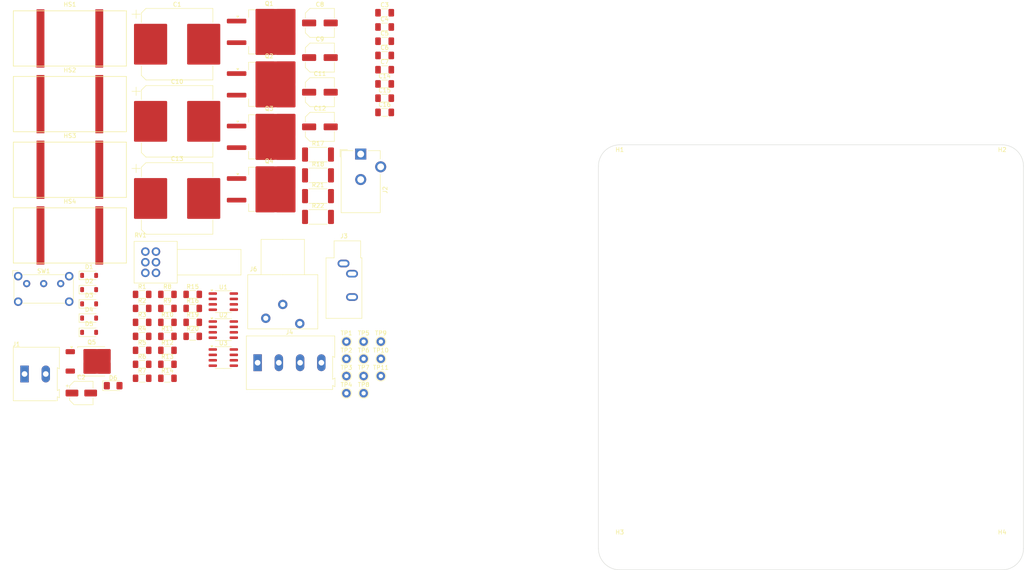
<source format=kicad_pcb>
(kicad_pcb (version 20240108) (generator "pcbnew") (generator_version "8.0")
  (layers (0 "F.Cu" signal) (31 "B.Cu" signal) (34 "B.Paste" user) (35 "F.Paste" user) (36 "B.SilkS" user "B.Silkscreen") (37 "F.SilkS" user "F.Silkscreen") (38 "B.Mask" user) (39 "F.Mask" user) (44 "Edge.Cuts" user))
  (net 0 "")
  (net 1 "Net-(C4-Pad1)")
  (net 2 "GND")
  (net 3 "RIN0")
  (net 4 "Net-(U2A-+)")
  (net 5 "Net-(C6-Pad1)")
  (net 6 "Net-(U2B-+)")
  (net 7 "LIN0")
  (net 8 "RIN2")
  (net 9 "Net-(D1-A)")
  (net 10 "Net-(D2-K)")
  (net 11 "ROUT")
  (net 12 "Net-(D3-A)")
  (net 13 "Net-(D4-K)")
  (net 14 "/POWC")
  (net 15 "/POWD")
  (net 16 "LIN2")
  (net 17 "LOUT")
  (net 18 "VCC")
  (net 19 "Net-(D1-K)")
  (net 20 "Net-(D3-K)")
  (net 21 "Net-(D5-A)")
  (net 22 "Net-(D6-A)")
  (net 23 "/VIN1")
  (net 24 "/POWB")
  (net 25 "/POWF")
  (net 26 "/POWA")
  (net 27 "/POWE")
  (net 28 "Net-(U1A-+)")
  (net 29 "Net-(U2A--)")
  (net 30 "Net-(U2B--)")
  (net 31 "Net-(U1B-+)")
  (net 32 "/VIN2")
  (net 33 "RIN1")
  (net 34 "Net-(U3A-+)")
  (net 35 "VCC_DIV_2")
  (net 36 "Net-(U3B-+)")
  (net 37 "Net-(U1B--)")
  (net 38 "LIN1")
  (footprint "Capacitor_SMD:C_1206_3216Metric_Pad1.33x1.80mm_HandSolder" (layer "F.Cu") (at 99.69 22.27)
    (property "Reference" "C4" (at 0 -1.85 0) (layer "F.SilkS"))
    (property "Value" "1u")
    (pad "1" smd roundrect (at -1.5625 0) (size 1.325 1.8) (layers "F.Cu" "F.Paste" "F.Mask") (roundrect_rratio 0.188679) (net 1 "Net-(C4-Pad1)"))
    (pad "2" smd roundrect (at 1.5625 0) (size 1.325 1.8) (layers "F.Cu" "F.Paste" "F.Mask") (roundrect_rratio 0.188679) (net 2 "GND"))
  )
  (footprint "Diode_SMD:D_SOD-123" (layer "F.Cu") (at 30.155 87.42)
    (property "Reference" "D3" (at 0 -2 0) (layer "F.SilkS"))
    (property "Value" "1N4148W")
    (pad "1" smd roundrect (at -1.65 0) (size 0.9 1.2) (layers "F.Cu" "F.Paste" "F.Mask") (net 20 "Net-(D3-K)"))
    (pad "2" smd roundrect (at 1.65 0) (size 0.9 1.2) (layers "F.Cu" "F.Paste" "F.Mask") (net 12 "Net-(D3-A)"))
  )
  (footprint "Package_TO_SOT_SMD:TO-263-2" (layer "F.Cu") (at 72.51 35.77)
    (property "Reference" "Q2" (at 0 -6.65 0) (layer "F.SilkS"))
    (property "Value" "NJVMJB41CT4G")
    (pad "1" smd roundrect (at -7.65 -2.54) (size 4.6 1.1) (layers "F.Cu" "F.Paste" "F.Mask") (roundrect_rratio 0.227273) (net 9 "Net-(D1-A)"))
    (pad "2" smd roundrect (at -0.925 -2.775) (size 4.55 5.25) (layers "F.Cu" "F.Paste") (roundrect_rratio 0.054945) (net 18 "VCC"))
    (pad "2" smd roundrect (at -0.925 2.775) (size 4.55 5.25) (layers "F.Cu" "F.Paste") (roundrect_rratio 0.054945) (net 18 "VCC"))
    (pad "2" smd roundrect (at 1.5 0) (size 9.4 10.8) (layers "F.Cu" "F.Mask") (roundrect_rratio 0.026596) (net 18 "VCC"))
    (pad "2" smd roundrect (at 3.925 -2.775) (size 4.55 5.25) (layers "F.Cu" "F.Paste") (roundrect_rratio 0.054945) (net 18 "VCC"))
    (pad "2" smd roundrect (at 3.925 2.775) (size 4.55 5.25) (layers "F.Cu" "F.Paste") (roundrect_rratio 0.054945) (net 18 "VCC"))
    (pad "3" smd roundrect (at -7.65 2.54) (size 4.6 1.1) (layers "F.Cu" "F.Paste" "F.Mask") (roundrect_rratio 0.227273) (net 26 "/POWA"))
  )
  (footprint "Resistor_SMD:R_1206_3216Metric_Pad1.30x1.75mm_HandSolder" (layer "F.Cu") (at 54.53 88.48)
    (property "Reference" "R16" (at 0 -1.82 0) (layer "F.SilkS"))
    (property "Value" "3k")
    (pad "1" smd roundrect (at -1.55 0) (size 1.3 1.75) (layers "F.Cu" "F.Paste" "F.Mask") (roundrect_rratio 0.192308) (net 10 "Net-(D2-K)"))
    (pad "2" smd roundrect (at 1.55 0) (size 1.3 1.75) (layers "F.Cu" "F.Paste" "F.Mask") (roundrect_rratio 0.192308) (net 2 "GND"))
  )
  (footprint "MountingHole:MountingHole_3.2mm_M3_ISO7380" (layer "F.Cu") (at 155 55)
    (property "Reference" "H1" (at 0 -3.85 0) (layer "F.SilkS"))
    (property "Value" "MountingHole")
    (pad "" np_thru_hole circle (at 0 0) (size 3.2 3.2) (drill 3.2) (layers "*.Cu" "*.Mask"))
  )
  (footprint "myparts:RCJ-2223" (layer "F.Cu") (at 75.72 87.555)
    (property "Reference" "J6" (at -6.9 -8.3 0) (layer "F.SilkS"))
    (property "Value" "Conn_Coaxial_x2")
    (pad "" np_thru_hole oval (at -7.25 0.5) (size 1.7 3.2) (drill oval 1.7 3.2) (layers "F&B.Cu" "*.Mask"))
    (pad "" np_thru_hole oval (at 7.25 0.5) (size 1.7 3.2) (drill oval 1.7 3.2) (layers "F&B.Cu" "*.Mask"))
    (pad "1" thru_hole circle (at 4 4.5) (size 2.2 2.2) (drill 1.2) (layers "*.Cu" "*.Mask") (net 3 "RIN0"))
    (pad "2" thru_hole circle (at -4 3.25) (size 2.2 2.2) (drill 1.2) (layers "*.Cu" "*.Mask") (net 7 "LIN0"))
    (pad "3" thru_hole circle (at 0 0) (size 2.2 2.2) (drill 1.2) (layers "*.Cu" "*.Mask") (net 2 "GND"))
  )
  (footprint "TestPoint:TestPoint_THTPad_D2.0mm_Drill1.0mm" (layer "F.Cu") (at 98.8 100.35)
    (property "Reference" "TP10" (at 0 -1.998 0) (layer "F.SilkS"))
    (property "Value" "ROUT")
    (pad "1" thru_hole circle (at 0 0) (size 2 2) (drill 1) (layers "*.Cu" "*.Mask") (net 11 "ROUT"))
  )
  (footprint "Resistor_SMD:R_1206_3216Metric_Pad1.30x1.75mm_HandSolder" (layer "F.Cu") (at 42.63 98.35)
    (property "Reference" "R5" (at 0 -1.82 0) (layer "F.SilkS"))
    (property "Value" "22k")
    (pad "1" smd roundrect (at -1.55 0) (size 1.3 1.75) (layers "F.Cu" "F.Paste" "F.Mask") (roundrect_rratio 0.192308) (net 31 "Net-(U1B-+)"))
    (pad "2" smd roundrect (at 1.55 0) (size 1.3 1.75) (layers "F.Cu" "F.Paste" "F.Mask") (roundrect_rratio 0.192308) (net 18 "VCC"))
  )
  (footprint "Resistor_SMD:R_1206_3216Metric_Pad1.30x1.75mm_HandSolder" (layer "F.Cu") (at 42.63 104.93)
    (property "Reference" "R7" (at 0 -1.82 0) (layer "F.SilkS"))
    (property "Value" "10k")
    (pad "1" smd roundrect (at -1.55 0) (size 1.3 1.75) (layers "F.Cu" "F.Paste" "F.Mask") (roundrect_rratio 0.192308) (net 1 "Net-(C4-Pad1)"))
    (pad "2" smd roundrect (at 1.55 0) (size 1.3 1.75) (layers "F.Cu" "F.Paste" "F.Mask") (roundrect_rratio 0.192308) (net 29 "Net-(U2A--)"))
  )
  (footprint "MountingHole:MountingHole_3.2mm_M3_ISO7380" (layer "F.Cu") (at 245 55)
    (property "Reference" "H2" (at 0 -3.85 0) (layer "F.SilkS"))
    (property "Value" "MountingHole")
    (pad "" np_thru_hole circle (at 0 0) (size 3.2 3.2) (drill 3.2) (layers "*.Cu" "*.Mask"))
  )
  (footprint "MountingHole:MountingHole_3.2mm_M3_ISO7380" (layer "F.Cu") (at 155 145)
    (property "Reference" "H3" (at 0 -3.85 0) (layer "F.SilkS"))
    (property "Value" "MountingHole")
    (pad "" np_thru_hole circle (at 0 0) (size 3.2 3.2) (drill 3.2) (layers "*.Cu" "*.Mask"))
  )
  (footprint "TestPoint:TestPoint_THTPad_D2.0mm_Drill1.0mm" (layer "F.Cu") (at 94.75 100.35)
    (property "Reference" "TP6" (at 0 -1.998 0) (layer "F.SilkS"))
    (property "Value" "RIN1")
    (pad "1" thru_hole circle (at 0 0) (size 2 2) (drill 1) (layers "*.Cu" "*.Mask") (net 33 "RIN1"))
  )
  (footprint "TestPoint:TestPoint_THTPad_D2.0mm_Drill1.0mm" (layer "F.Cu") (at 90.7 96.3)
    (property "Reference" "TP1" (at 0 -1.998 0) (layer "F.SilkS"))
    (property "Value" "VCC")
    (pad "1" thru_hole circle (at 0 0) (size 2 2) (drill 1) (layers "*.Cu" "*.Mask") (net 18 "VCC"))
  )
  (footprint "Connector_Audio:Jack_3.5mm_CUI_SJ1-3533NG_Horizontal" (layer "F.Cu") (at 90.02 77.92)
    (property "Reference" "J3" (at 0.1 -6.45 0) (layer "F.SilkS"))
    (property "Value" "AudioJack3")
    (pad "R" thru_hole oval (at 2 7.9) (size 2.8 1.8) (drill oval 2 1) (layers "*.Cu" "*.Mask") (net 3 "RIN0"))
    (pad "S" thru_hole oval (at 0 0) (size 2.8 1.8) (drill oval 2 1) (layers "*.Cu" "*.Mask") (net 2 "GND"))
    (pad "T" thru_hole oval (at 2 2.4) (size 2.8 1.8) (drill oval 2 1) (layers "*.Cu" "*.Mask") (net 7 "LIN0"))
  )
  (footprint "Heatsink:Heatsink_AAVID_573300D00010G_TO-263" (layer "F.Cu") (at 25.63 55.87)
    (property "Reference" "HS3" (at 0 -8 0) (layer "F.SilkS"))
    (property "Value" "Q1")
    (pad "1" smd rect (at -6.92 0) (size 1.85 13.7) (layers "F.Cu" "F.Paste" "F.Mask") (net 2 "GND"))
    (pad "1" smd rect (at 6.92 0) (size 1.85 13.7) (layers "F.Cu" "F.Paste" "F.Mask") (net 2 "GND"))
  )
  (footprint "TerminalBlock:TerminalBlock_Altech_AK300-2_P5.00mm" (layer "F.Cu") (at 14.96 103.92)
    (property "Reference" "J1" (at -1.92 -6.99 0) (layer "F.SilkS"))
    (property "Value" "Screw_Terminal_01x02")
    (pad "1" thru_hole rect (at 0 0) (size 1.98 3.96) (drill 1.32) (layers "*.Cu" "*.Mask") (net 2 "GND"))
    (pad "2" thru_hole oval (at 5 0) (size 1.98 3.96) (drill 1.32) (layers "*.Cu" "*.Mask") (net 23 "/VIN1"))
  )
  (footprint "Capacitor_SMD:CP_Elec_16x17.5" (layer "F.Cu") (at 50.865 44.47)
    (property "Reference" "C10" (at 0 -9.35 0) (layer "F.SilkS"))
    (property "Value" "1000u")
    (pad "1" smd roundrect (at -6.25 0) (size 7.8 9.6) (layers "F.Cu" "F.Paste" "F.Mask") (roundrect_rratio 0.032051) (net 14 "/POWC"))
    (pad "2" smd roundrect (at 6.25 0) (size 7.8 9.6) (layers "F.Cu" "F.Paste" "F.Mask") (roundrect_rratio 0.032051) (net 11 "ROUT"))
  )
  (footprint "Capacitor_SMD:C_1206_3216Metric_Pad1.33x1.80mm_HandSolder" (layer "F.Cu") (at 99.69 35.67)
    (property "Reference" "C14" (at 0 -1.85 0) (layer "F.SilkS"))
    (property "Value" "1u")
    (pad "1" smd roundrect (at -1.5625 0) (size 1.325 1.8) (layers "F.Cu" "F.Paste" "F.Mask") (roundrect_rratio 0.188679) (net 18 "VCC"))
    (pad "2" smd roundrect (at 1.5625 0) (size 1.325 1.8) (layers "F.Cu" "F.Paste" "F.Mask") (roundrect_rratio 0.188679) (net 2 "GND"))
  )
  (footprint "Resistor_SMD:R_1206_3216Metric_Pad1.30x1.75mm_HandSolder" (layer "F.Cu") (at 42.63 88.48)
    (property "Reference" "R2" (at 0 -1.82 0) (layer "F.SilkS"))
    (property "Value" "2.4k")
    (pad "1" smd roundrect (at -1.55 0) (size 1.3 1.75) (layers "F.Cu" "F.Paste" "F.Mask") (roundrect_rratio 0.192308) (net 18 "VCC"))
    (pad "2" smd roundrect (at 1.55 0) (size 1.3 1.75) (layers "F.Cu" "F.Paste" "F.Mask") (roundrect_rratio 0.192308) (net 22 "Net-(D6-A)"))
  )
  (footprint "TestPoint:TestPoint_THTPad_D2.0mm_Drill1.0mm" (layer "F.Cu") (at 98.8 104.4)
    (property "Reference" "TP11" (at 0 -1.998 0) (layer "F.SilkS"))
    (property "Value" "LOUT")
    (pad "1" thru_hole circle (at 0 0) (size 2 2) (drill 1) (layers "*.Cu" "*.Mask") (net 17 "LOUT"))
  )
  (footprint "Package_TO_SOT_SMD:TO-263-2" (layer "F.Cu") (at 72.51 23.42)
    (property "Reference" "Q1" (at 0 -6.65 0) (layer "F.SilkS"))
    (property "Value" "NJVMJB42CT4G")
    (pad "1" smd roundrect (at -7.65 -2.54) (size 4.6 1.1) (layers "F.Cu" "F.Paste" "F.Mask") (roundrect_rratio 0.227273) (net 10 "Net-(D2-K)"))
    (pad "2" smd roundrect (at -0.925 -2.775) (size 4.55 5.25) (layers "F.Cu" "F.Paste") (roundrect_rratio 0.054945) (net 2 "GND"))
    (pad "2" smd roundrect (at -0.925 2.775) (size 4.55 5.25) (layers "F.Cu" "F.Paste") (roundrect_rratio 0.054945) (net 2 "GND"))
    (pad "2" smd roundrect (at 1.5 0) (size 9.4 10.8) (layers "F.Cu" "F.Mask") (roundrect_rratio 0.026596) (net 2 "GND"))
    (pad "2" smd roundrect (at 3.925 -2.775) (size 4.55 5.25) (layers "F.Cu" "F.Paste") (roundrect_rratio 0.054945) (net 2 "GND"))
    (pad "2" smd roundrect (at 3.925 2.775) (size 4.55 5.25) (layers "F.Cu" "F.Paste") (roundrect_rratio 0.054945) (net 2 "GND"))
    (pad "3" smd roundrect (at -7.65 2.54) (size 4.6 1.1) (layers "F.Cu" "F.Paste" "F.Mask") (roundrect_rratio 0.227273) (net 24 "/POWB"))
  )
  (footprint "Resistor_SMD:R_1206_3216Metric_Pad1.30x1.75mm_HandSolder" (layer "F.Cu") (at 48.58 104.93)
    (property "Reference" "R14" (at 0 -1.82 0) (layer "F.SilkS"))
    (property "Value" "22k")
    (pad "1" smd roundrect (at -1.55 0) (size 1.3 1.75) (layers "F.Cu" "F.Paste" "F.Mask") (roundrect_rratio 0.192308) (net 2 "GND"))
    (pad "2" smd roundrect (at 1.55 0) (size 1.3 1.75) (layers "F.Cu" "F.Paste" "F.Mask") (roundrect_rratio 0.192308) (net 6 "Net-(U2B-+)"))
  )
  (footprint "TestPoint:TestPoint_THTPad_D2.0mm_Drill1.0mm" (layer "F.Cu") (at 90.7 100.35)
    (property "Reference" "TP2" (at 0 -1.998 0) (layer "F.SilkS"))
    (property "Value" "GND")
    (pad "1" thru_hole circle (at 0 0) (size 2 2) (drill 1) (layers "*.Cu" "*.Mask") (net 2 "GND"))
  )
  (footprint "Package_SO:SOIC-8_3.9x4.9mm_P1.27mm" (layer "F.Cu") (at 61.73 100.06)
    (property "Reference" "U3" (at 0 -3.4 0) (layer "F.SilkS"))
    (property "Value" "NE5532")
    (pad "1" smd roundrect (at -2.475 -1.905) (size 1.95 0.6) (layers "F.Cu" "F.Paste" "F.Mask") (net 8 "RIN2"))
    (pad "2" smd roundrect (at -2.475 -0.635) (size 1.95 0.6) (layers "F.Cu" "F.Paste" "F.Mask") (net 8 "RIN2"))
    (pad "3" smd roundrect (at -2.475 0.635) (size 1.95 0.6) (layers "F.Cu" "F.Paste" "F.Mask") (net 34 "Net-(U3A-+)"))
    (pad "4" smd roundrect (at -2.475 1.905) (size 1.95 0.6) (layers "F.Cu" "F.Paste" "F.Mask") (net 2 "GND"))
    (pad "5" smd roundrect (at 2.475 1.905) (size 1.95 0.6) (layers "F.Cu" "F.Paste" "F.Mask") (net 36 "Net-(U3B-+)"))
    (pad "6" smd roundrect (at 2.475 0.635) (size 1.95 0.6) (layers "F.Cu" "F.Paste" "F.Mask") (net 16 "LIN2"))
    (pad "7" smd roundrect (at 2.475 -0.635) (size 1.95 0.6) (layers "F.Cu" "F.Paste" "F.Mask") (net 16 "LIN2"))
    (pad "8" smd roundrect (at 2.475 -1.905) (size 1.95 0.6) (layers "F.Cu" "F.Paste" "F.Mask") (net 18 "VCC"))
  )
  (footprint "Connector_BarrelJack:BarrelJack_CUI_PJ-102AH_Horizontal" (layer "F.Cu") (at 94.06 52.17)
    (property "Reference" "J2" (at 5.75 8.45 90) (layer "F.SilkS"))
    (property "Value" "Barrel_Jack_Switch")
    (pad "1" thru_hole rect (at 0 0) (size 2.6 2.6) (drill 1.6) (layers "*.Cu" "*.Mask") (net 23 "/VIN1"))
    (pad "2" thru_hole circle (at 0 6) (size 2.6 2.6) (drill 1.6) (layers "*.Cu" "*.Mask") (net 2 "GND"))
    (pad "3" thru_hole circle (at 4.7 3) (size 2.6 2.6) (drill 1.6) (layers "*.Cu" "*.Mask") (net 2 "GND"))
  )
  (footprint "Resistor_SMD:R_1206_3216Metric_Pad1.30x1.75mm_HandSolder" (layer "F.Cu") (at 42.63 91.77)
    (property "Reference" "R3" (at 0 -1.82 0) (layer "F.SilkS"))
    (property "Value" "22k")
    (pad "1" smd roundrect (at -1.55 0) (size 1.3 1.75) (layers "F.Cu" "F.Paste" "F.Mask") (roundrect_rratio 0.192308) (net 28 "Net-(U1A-+)"))
    (pad "2" smd roundrect (at 1.55 0) (size 1.3 1.75) (layers "F.Cu" "F.Paste" "F.Mask") (roundrect_rratio 0.192308) (net 18 "VCC"))
  )
  (footprint "Resistor_SMD:R_1206_3216Metric_Pad1.30x1.75mm_HandSolder" (layer "F.Cu") (at 48.58 101.64)
    (property "Reference" "R13" (at 0 -1.82 0) (layer "F.SilkS"))
    (property "Value" "22k")
    (pad "1" smd roundrect (at -1.55 0) (size 1.3 1.75) (layers "F.Cu" "F.Paste" "F.Mask") (roundrect_rratio 0.192308) (net 6 "Net-(U2B-+)"))
    (pad "2" smd roundrect (at 1.55 0) (size 1.3 1.75) (layers "F.Cu" "F.Paste" "F.Mask") (roundrect_rratio 0.192308) (net 18 "VCC"))
  )
  (footprint "Resistor_SMD:R_1206_3216Metric_Pad1.30x1.75mm_HandSolder" (layer "F.Cu") (at 42.63 95.06)
    (property "Reference" "R4" (at 0 -1.82 0) (layer "F.SilkS"))
    (property "Value" "22k")
    (pad "1" smd roundrect (at -1.55 0) (size 1.3 1.75) (layers "F.Cu" "F.Paste" "F.Mask") (roundrect_rratio 0.192308) (net 2 "GND"))
    (pad "2" smd roundrect (at 1.55 0) (size 1.3 1.75) (layers "F.Cu" "F.Paste" "F.Mask") (roundrect_rratio 0.192308) (net 28 "Net-(U1A-+)"))
  )
  (footprint "TestPoint:TestPoint_THTPad_D2.0mm_Drill1.0mm" (layer "F.Cu") (at 98.8 96.3)
    (property "Reference" "TP9" (at 0 -1.998 0) (layer "F.SilkS"))
    (property "Value" "LIN2")
    (pad "1" thru_hole circle (at 0 0) (size 2 2) (drill 1) (layers "*.Cu" "*.Mask") (net 16 "LIN2"))
  )
  (footprint "TestPoint:TestPoint_THTPad_D2.0mm_Drill1.0mm" (layer "F.Cu") (at 94.75 96.3)
    (property "Reference" "TP5" (at 0 -1.998 0) (layer "F.SilkS"))
    (property "Value" "VCC_DIV_2")
    (pad "1" thru_hole circle (at 0 0) (size 2 2) (drill 1) (layers "*.Cu" "*.Mask") (net 35 "VCC_DIV_2"))
  )
  (footprint "Heatsink:Heatsink_AAVID_573300D00010G_TO-263" (layer "F.Cu") (at 25.63 40.42)
    (property "Reference" "HS2" (at 0 -8 0) (layer "F.SilkS"))
    (property "Value" "Q4")
    (pad "1" smd rect (at -6.92 0) (size 1.85 13.7) (layers "F.Cu" "F.Paste" "F.Mask") (net 18 "VCC"))
    (pad "1" smd rect (at 6.92 0) (size 1.85 13.7) (layers "F.Cu" "F.Paste" "F.Mask") (net 18 "VCC"))
  )
  (footprint "MountingHole:MountingHole_3.2mm_M3_ISO7380" (layer "F.Cu") (at 245 145)
    (property "Reference" "H4" (at 0 -3.85 0) (layer "F.SilkS"))
    (property "Value" "MountingHole")
    (pad "" np_thru_hole circle (at 0 0) (size 3.2 3.2) (drill 3.2) (layers "*.Cu" "*.Mask"))
  )
  (footprint "Package_SO:SOIC-8_3.9x4.9mm_P1.27mm" (layer "F.Cu") (at 61.73 93.48)
    (property "Reference" "U2" (at 0 -3.4 0) (layer "F.SilkS"))
    (property "Value" "NE5532")
    (pad "1" smd roundrect (at -2.475 -1.905) (size 1.95 0.6) (layers "F.Cu" "F.Paste" "F.Mask") (net 33 "RIN1"))
    (pad "2" smd roundrect (at -2.475 -0.635) (size 1.95 0.6) (layers "F.Cu" "F.Paste" "F.Mask") (net 29 "Net-(U2A--)"))
    (pad "3" smd roundrect (at -2.475 0.635) (size 1.95 0.6) (layers "F.Cu" "F.Paste" "F.Mask") (net 4 "Net-(U2A-+)"))
    (pad "4" smd roundrect (at -2.475 1.905) (size 1.95 0.6) (layers "F.Cu" "F.Paste" "F.Mask") (net 2 "GND"))
    (pad "5" smd roundrect (at 2.475 1.905) (size 1.95 0.6) (layers "F.Cu" "F.Paste" "F.Mask") (net 6 "Net-(U2B-+)"))
    (pad "6" smd roundrect (at 2.475 0.635) (size 1.95 0.6) (layers "F.Cu" "F.Paste" "F.Mask") (net 30 "Net-(U2B--)"))
    (pad "7" smd roundrect (at 2.475 -0.635) (size 1.95 0.6) (layers "F.Cu" "F.Paste" "F.Mask") (net 38 "LIN1"))
    (pad "8" smd roundrect (at 2.475 -1.905) (size 1.95 0.6) (layers "F.Cu" "F.Paste" "F.Mask") (net 18 "VCC"))
  )
  (footprint "Diode_SMD:D_SOD-123" (layer "F.Cu") (at 30.155 80.72)
    (property "Reference" "D1" (at 0 -2 0) (layer "F.SilkS"))
    (property "Value" "1N4148W")
    (pad "1" smd roundrect (at -1.65 0) (size 0.9 1.2) (layers "F.Cu" "F.Paste" "F.Mask") (net 19 "Net-(D1-K)"))
    (pad "2" smd roundrect (at 1.65 0) (size 0.9 1.2) (layers "F.Cu" "F.Paste" "F.Mask") (net 9 "Net-(D1-A)"))
  )
  (footprint "Capacitor_SMD:C_1206_3216Metric_Pad1.33x1.80mm_HandSolder" (layer "F.Cu") (at 99.69 39.02)
    (property "Reference" "C15" (at 0 -1.85 0) (layer "F.SilkS"))
    (property "Value" "1u")
    (pad "1" smd roundrect (at -1.5625 0) (size 1.325 1.8) (layers "F.Cu" "F.Paste" "F.Mask") (roundrect_rratio 0.188679) (net 18 "VCC"))
    (pad "2" smd roundrect (at 1.5625 0) (size 1.325 1.8) (layers "F.Cu" "F.Paste" "F.Mask") (roundrect_rratio 0.188679) (net 2 "GND"))
  )
  (footprint "Heatsink:Heatsink_AAVID_573300D00010G_TO-263" (layer "F.Cu") (at 25.63 71.32)
    (property "Reference" "HS4" (at 0 -8 0) (layer "F.SilkS"))
    (property "Value" "Q3")
    (pad "1" smd rect (at -6.92 0) (size 1.85 13.7) (layers "F.Cu" "F.Paste" "F.Mask") (net 2 "GND"))
    (pad "1" smd rect (at 6.92 0) (size 1.85 13.7) (layers "F.Cu" "F.Paste" "F.Mask") (net 2 "GND"))
  )
  (footprint "Capacitor_SMD:C_Elec_6.3x5.4" (layer "F.Cu") (at 84.46 37.62)
    (property "Reference" "C11" (at 0 -4.35 0) (layer "F.SilkS"))
    (property "Value" "33u")
    (pad "1" smd roundrect (at -2.5375 0) (size 3.325 1.6) (layers "F.Cu" "F.Paste" "F.Mask") (roundrect_rratio 0.15625) (net 16 "LIN2"))
    (pad "2" smd roundrect (at 2.5375 0) (size 3.325 1.6) (layers "F.Cu" "F.Paste" "F.Mask") (roundrect_rratio 0.15625) (net 12 "Net-(D3-A)"))
  )
  (footprint "Capacitor_SMD:C_1206_3216Metric_Pad1.33x1.80mm_HandSolder" (layer "F.Cu") (at 99.69 25.62)
    (property "Reference" "C5" (at 0 -1.85 0) (layer "F.SilkS"))
    (property "Value" "1u")
    (pad "1" smd roundrect (at -1.5625 0) (size 1.325 1.8) (layers "F.Cu" "F.Paste" "F.Mask") (roundrect_rratio 0.188679) (net 4 "Net-(U2A-+)"))
    (pad "2" smd roundrect (at 1.5625 0) (size 1.325 1.8) (layers "F.Cu" "F.Paste" "F.Mask") (roundrect_rratio 0.188679) (net 3 "RIN0"))
  )
  (footprint "myparts:PTD902-2015K-B103" (layer "F.Cu") (at 45.89 75.12)
    (property "Reference" "RV1" (at -3.65 -3.85 0) (layer "F.SilkS"))
    (property "Value" "10k")
    (pad "1" thru_hole circle (at -2.5 0) (size 2 2) (drill 1.2) (layers "*.Cu" "*.Mask") (net 33 "RIN1"))
    (pad "2" thru_hole circle (at -2.5 2.5) (size 2 2) (drill 1.2) (layers "*.Cu" "*.Mask") (net 34 "Net-(U3A-+)"))
    (pad "3" thru_hole circle (at -2.5 5) (size 2 2) (drill 1.2) (layers "*.Cu" "*.Mask") (net 35 "VCC_DIV_2"))
    (pad "4" thru_hole circle (at 0 0) (size 2 2) (drill 1.2) (layers "*.Cu" "*.Mask") (net 38 "LIN1"))
    (pad "5" thru_hole circle (at 0 2.5) (size 2 2) (drill 1.2) (layers "*.Cu" "*.Mask") (net 36 "Net-(U3B-+)"))
    (pad "6" thru_hole circle (at 0 5) (size 2 2) (drill 1.2) (layers "*.Cu" "*.Mask") (net 35 "VCC_DIV_2"))
  )
  (footprint "Resistor_SMD:R_1206_3216Metric_Pad1.30x1.75mm_HandSolder" (layer "F.Cu") (at 48.58 88.48)
    (property "Reference" "R9" (at 0 -1.82 0) (layer "F.SilkS"))
    (property "Value" "22k")
    (pad "1" smd roundrect (at -1.55 0) (size 1.3 1.75) (layers "F.Cu" "F.Paste" "F.Mask") (roundrect_rratio 0.192308) (net 4 "Net-(U2A-+)"))
    (pad "2" smd roundrect (at 1.55 0) (size 1.3 1.75) (layers "F.Cu" "F.Paste" "F.Mask") (roundrect_rratio 0.192308) (net 18 "VCC"))
  )
  (footprint "TerminalBlock:TerminalBlock_Altech_AK300-4_P5.00mm" (layer "F.Cu") (at 69.8 101.27)
    (property "Reference" "J4" (at 7.5 -7.15 0) (layer "F.SilkS"))
    (property "Value" "Screw_Terminal_01x04")
    (pad "1" thru_hole rect (at 0 0) (size 1.98 3.96) (drill 1.32) (layers "*.Cu" "*.Mask") (net 11 "ROUT"))
    (pad "2" thru_hole oval (at 5 0) (size 1.98 3.96) (drill 1.32) (layers "*.Cu" "*.Mask") (net 2 "GND"))
    (pad "3" thru_hole oval (at 10 0) (size 1.98 3.96) (drill 1.32) (layers "*.Cu" "*.Mask") (net 2 "GND"))
    (pad "4" thru_hole oval (at 15 0) (size 1.98 3.96) (drill 1.32) (layers "*.Cu" "*.Mask") (net 17 "LOUT"))
  )
  (footprint "Capacitor_SMD:CP_Elec_16x17.5" (layer "F.Cu") (at 50.865 62.62)
    (property "Reference" "C13" (at 0 -9.35 0) (layer "F.SilkS"))
    (property "Value" "1000u")
    (pad "1" smd roundrect (at -6.25 0) (size 7.8 9.6) (layers "F.Cu" "F.Paste" "F.Mask") (roundrect_rratio 0.032051) (net 25 "/POWF"))
    (pad "2" smd roundrect (at 6.25 0) (size 7.8 9.6) (layers "F.Cu" "F.Paste" "F.Mask") (roundrect_rratio 0.032051) (net 17 "LOUT"))
  )
  (footprint "Resistor_SMD:R_1206_3216Metric_Pad1.30x1.75mm_HandSolder" (layer "F.Cu") (at 54.53 95.06)
    (property "Reference" "R20" (at 0 -1.82 0) (layer "F.SilkS"))
    (property "Value" "3k")
    (pad "1" smd roundrect (at -1.55 0) (size 1.3 1.75) (layers "F.Cu" "F.Paste" "F.Mask") (roundrect_rratio 0.192308) (net 13 "Net-(D4-K)"))
    (pad "2" smd roundrect (at 1.55 0) (size 1.3 1.75) (layers "F.Cu" "F.Paste" "F.Mask") (roundrect_rratio 0.192308) (net 2 "GND"))
  )
  (footprint "Resistor_SMD:R_2512_6332Metric_Pad1.40x3.35mm_HandSolder" (layer "F.Cu") (at 84.01 62.07)
    (property "Reference" "R21" (at 0 -2.62 0) (layer "F.SilkS"))
    (property "Value" "1")
    (pad "1" smd roundrect (at -3.05 0) (size 1.4 3.35) (layers "F.Cu" "F.Paste" "F.Mask") (roundrect_rratio 0.178571) (net 15 "/POWD"))
    (pad "2" smd roundrect (at 3.05 0) (size 1.4 3.35) (layers "F.Cu" "F.Paste" "F.Mask") (roundrect_rratio 0.178571) (net 25 "/POWF"))
  )
  (footprint "Diode_SMD:D_SOD-123" (layer "F.Cu") (at 30.155 90.77)
    (property "Reference" "D4" (at 0 -2 0) (layer "F.SilkS"))
    (property "Value" "1N4148W")
    (pad "1" smd roundrect (at -1.65 0) (size 0.9 1.2) (layers "F.Cu" "F.Paste" "F.Mask") (net 13 "Net-(D4-K)"))
    (pad "2" smd roundrect (at 1.65 0) (size 0.9 1.2) (layers "F.Cu" "F.Paste" "F.Mask") (net 20 "Net-(D3-K)"))
  )
  (footprint "LED_SMD:LED_1206_3216Metric_Pad1.42x1.75mm_HandSolder" (layer "F.Cu") (at 35.815 106.67)
    (property "Reference" "D6" (at 0 -1.82 0) (layer "F.SilkS"))
    (property "Value" "LED")
    (pad "1" smd roundrect (at -1.4875 0) (size 1.425 1.75) (layers "F.Cu" "F.Paste" "F.Mask") (roundrect_rratio 0.175439) (net 2 "GND"))
    (pad "2" smd roundrect (at 1.4875 0) (size 1.425 1.75) (layers "F.Cu" "F.Paste" "F.Mask") (roundrect_rratio 0.175439) (net 22 "Net-(D6-A)"))
  )
  (footprint "Button_Switch_THT:SW_E-Switch_EG1224_SPDT_Angled" (layer "F.Cu") (at 15.465 82.655)
    (property "Reference" "SW1" (at 4 -2.95 0) (layer "F.SilkS"))
    (property "Value" "SW_SPDT")
    (pad "" thru_hole circle (at -2 -1.75) (size 2 2) (drill 1.2) (layers "*.Cu" "*.Mask"))
    (pad "" thru_hole circle (at -2 4.25) (size 2 2) (drill 1.2) (layers "*.Cu" "*.Mask"))
    (pad "" thru_hole circle (at 10 -1.75) (size 2 2) (drill 1.2) (layers "*.Cu" "*.Mask"))
    (pad "" thru_hole circle (at 10 4.25) (size 2 2) (drill 1.2) (layers "*.Cu" "*.Mask"))
    (pad "1" thru_hole circle (at 0 0) (size 1.7 1.7) (drill 0.9) (layers "*.Cu" "*.Mask"))
    (pad "2" thru_hole circle (at 4 0) (size 1.7 1.7) (drill 0.9) (layers "*.Cu" "*.Mask") (net 23 "/VIN1"))
    (pad "3" thru_hole circle (at 8 0) (size 1.7 1.7) (drill 0.9) (layers "*.Cu" "*.Mask") (net 32 "/VIN2"))
  )
  (footprint "Resistor_SMD:R_2512_6332Metric_Pad1.40x3.35mm_HandSolder" (layer "F.Cu") (at 84.01 57.18)
    (property "Reference" "R18" (at 0 -2.62 0) (layer "F.SilkS"))
    (property "Value" "1")
    (pad "1" smd roundrect (at -3.05 0) (size 1.4 3.35) (layers "F.Cu" "F.Paste" "F.Mask") (roundrect_rratio 0.178571) (net 14 "/POWC"))
    (pad "2" smd roundrect (at 3.05 0) (size 1.4 3.35) (layers "F.Cu" "F.Paste" "F.Mask") (roundrect_rratio 0.178571) (net 24 "/POWB"))
  )
  (footprint "TestPoint:TestPoint_THTPad_D2.0mm_Drill1.0mm" (layer "F.Cu") (at 94.75 104.4)
    (property "Reference" "TP7" (at 0 -1.998 0) (layer "F.SilkS"))
    (property "Value" "LIN1")
    (pad "1" thru_hole circle (at 0 0) (size 2 2) (drill 1) (layers "*.Cu" "*.Mask") (net 38 "LIN1"))
  )
  (footprint "Capacitor_SMD:C_1206_3216Metric_Pad1.33x1.80mm_HandSolder" (layer "F.Cu") (at 99.69 28.97)
    (property "Reference" "C6" (at 0 -1.85 0) (layer "F.SilkS"))
    (property "Value" "1u")
    (pad "1" smd roundrect (at -1.5625 0) (size 1.325 1.8) (layers "F.Cu" "F.Paste" "F.Mask") (roundrect_rratio 0.188679) (net 5 "Net-(C6-Pad1)"))
    (pad "2" smd roundrect (at 1.5625 0) (size 1.325 1.8) (layers "F.Cu" "F.Paste" "F.Mask") (roundrect_rratio 0.188679) (net 2 "GND"))
  )
  (footprint "TestPoint:TestPoint_THTPad_D2.0mm_Drill1.0mm" (layer "F.Cu") (at 90.7 104.4)
    (property "Reference" "TP3" (at 0 -1.998 0) (layer "F.SilkS"))
    (property "Value" "RIN")
    (pad "1" thru_hole circle (at 0 0) (size 2 2) (drill 1) (layers "*.Cu" "*.Mask") (net 3 "RIN0"))
  )
  (footprint "Package_TO_SOT_SMD:TO-263-2" (layer "F.Cu") (at 72.51 48.12)
    (property "Reference" "Q3" (at 0 -6.65 0) (layer "F.SilkS"))
    (property "Value" "NJVMJB42CT4G")
    (pad "1" smd roundrect (at -7.65 -2.54) (size 4.6 1.1) (layers "F.Cu" "F.Paste" "F.Mask") (roundrect_rratio 0.227273) (net 13 "Net-(D4-K)"))
    (pad "2" smd roundrect (at -0.925 -2.775) (size 4.55 5.25) (layers "F.Cu" "F.Paste") (roundrect_rratio 0.054945) (net 2 "GND"))
    (pad "2" smd roundrect (at -0.925 2.775) (size 4.55 5.25) (layers "F.Cu" "F.Paste") (roundrect_rratio 0.054945) (net 2 "GND"))
    (pad "2" smd roundrect (at 1.5 0) (size 9.4 10.8) (layers "F.Cu" "F.Mask") (roundrect_rratio 0.026596) (net 2 "GND"))
    (pad "2" smd roundrect (at 3.925 -2.775) (size 4.55 5.25) (layers "F.Cu" "F.Paste") (roundrect_rratio 0.054945) (net 2 "GND"))
    (pad "2" smd roundrect (at 3.925 2.775) (size 4.55 5.25) (layers "F.Cu" "F.Paste") (roundrect_rratio 0.054945) (net 2 "GND"))
    (pad "3" smd roundrect (at -7.65 2.54) (size 4.6 1.1) (layers "F.Cu" "F.Paste" "F.Mask") (roundrect_rratio 0.227273) (net 27 "/POWE"))
  )
  (footprint "Resistor_SMD:R_1206_3216Metric_Pad1.30x1.75mm_HandSolder" (layer "F.Cu") (at 42.63 101.64)
    (property "Reference" "R6" (at 0 -1.82 0) (layer "F.SilkS"))
    (property "Value" "22k")
    (pad "1" smd roundrect (at -1.55 0) (size 1.3 1.75) (layers "F.Cu" "F.Paste" "F.Mask") (roundrect_rratio 0.192308) (net 2 "GND"))
    (pad "2" smd roundrect (at 1.55 0) (size 1.3 1.75) (layers "F.Cu" "F.Paste" "F.Mask") (roundrect_rratio 0.192308) (net 31 "Net-(U1B-+)"))
  )
  (footprint "TestPoint:TestPoint_THTPad_D2.0mm_Drill1.0mm" (layer "F.Cu") (at 94.75 108.45)
    (property "Reference" "TP8" (at 0 -1.998 0) (layer "F.SilkS"))
    (property "Value" "RIN2")
    (pad "1" thru_hole circle (at 0 0) (size 2 2) (drill 1) (layers "*.Cu" "*.Mask") (net 8 "RIN2"))
  )
  (footprint "Resistor_SMD:R_1206_3216Metric_Pad1.30x1.75mm_HandSolder" (layer "F.Cu") (at 48.58 95.06)
    (property "Reference" "R11" (at 0 -1.82 0) (layer "F.SilkS"))
    (property "Value" "10k")
    (pad "1" smd roundrect (at -1.55 0) (size 1.3 1.75) (layers "F.Cu" "F.Paste" "F.Mask") (roundrect_rratio 0.192308) (net 5 "Net-(C6-Pad1)"))
    (pad "2" smd roundrect (at 1.55 0) (size 1.3 1.75) (layers "F.Cu" "F.Paste" "F.Mask") (roundrect_rratio 0.192308) (net 30 "Net-(U2B--)"))
  )
  (footprint "Capacitor_SMD:C_1206_3216Metric_Pad1.33x1.80mm_HandSolder" (layer "F.Cu") (at 99.69 18.92)
    (property "Reference" "C3" (at 0 -1.85 0) (layer "F.SilkS"))
    (property "Value" "1u")
    (pad "1" smd roundrect (at -1.5625 0) (size 1.325 1.8) (layers "F.Cu" "F.Paste" "F.Mask") (roundrect_rratio 0.188679) (net 18 "VCC"))
    (pad "2" smd roundrect (at 1.5625 0) (size 1.325 1.8) (layers "F.Cu" "F.Paste" "F.Mask") (roundrect_rratio 0.188679) (net 2 "GND"))
  )
  (footprint "Resistor_SMD:R_1206_3216Metric_Pad1.30x1.75mm_HandSolder" (layer "F.Cu") (at 48.58 98.35)
    (property "Reference" "R12" (at 0 -1.82 0) (layer "F.SilkS"))
    (property "Value" "220k")
    (pad "1" smd roundrect (at -1.55 0) (size 1.3 1.75) (layers "F.Cu" "F.Paste" "F.Mask") (roundrect_rratio 0.192308) (net 30 "Net-(U2B--)"))
    (pad "2" smd roundrect (at 1.55 0) (size 1.3 1.75) (layers "F.Cu" "F.Paste" "F.Mask") (roundrect_rratio 0.192308) (net 38 "LIN1"))
  )
  (footprint "Capacitor_SMD:C_Elec_6.3x5.4" (layer "F.Cu") (at 84.46 29.47)
    (property "Reference" "C9" (at 0 -4.35 0) (layer "F.SilkS"))
    (property "Value" "33u")
    (pad "1" smd roundrect (at -2.5375 0) (size 3.325 1.6) (layers "F.Cu" "F.Paste" "F.Mask") (roundrect_rratio 0.15625) (net 8 "RIN2"))
    (pad "2" smd roundrect (at 2.5375 0) (size 3.325 1.6) (layers "F.Cu" "F.Paste" "F.Mask") (roundrect_rratio 0.15625) (net 10 "Net-(D2-K)"))
  )
  (footprint "Capacitor_SMD:C_1206_3216Metric_Pad1.33x1.80mm_HandSolder" (layer "F.Cu") (at 99.69 32.32)
    (property "Reference" "C7" (at 0 -1.85 0) (layer "F.SilkS"))
    (property "Value" "1u")
    (pad "1" smd roundrect (at -1.5625 0) (size 1.325 1.8) (layers "F.Cu" "F.Paste" "F.Mask") (roundrect_rratio 0.188679) (net 6 "Net-(U2B-+)"))
    (pad "2" smd roundrect (at 1.5625 0) (size 1.325 1.8) (layers "F.Cu" "F.Paste" "F.Mask") (roundrect_rratio 0.188679) (net 7 "LIN0"))
  )
  (footprint "Package_SO:SOIC-8_3.9x4.9mm_P1.27mm" (layer "F.Cu") (at 61.73 86.9)
    (property "Reference" "U1" (at 0 -3.4 0) (layer "F.SilkS"))
    (property "Value" "NE5532")
    (pad "1" smd roundrect (at -2.475 -1.905) (size 1.95 0.6) (layers "F.Cu" "F.Paste" "F.Mask") (net 35 "VCC_DIV_2"))
    (pad "2" smd roundrect (at -2.475 -0.635) (size 1.95 0.6) (layers "F.Cu" "F.Paste" "F.Mask") (net 35 "VCC_DIV_2"))
    (pad "3" smd roundrect (at -2.475 0.635) (size 1.95 0.6) (layers "F.Cu" "F.Paste" "F.Mask") (net 28 "Net-(U1A-+)"))
    (pad "4" smd roundrect (at -2.475 1.905) (size 1.95 0.6) (layers "F.Cu" "F.Paste" "F.Mask") (net 2 "GND"))
    (pad "5" smd roundrect (at 2.475 1.905) (size 1.95 0.6) (layers "F.Cu" "F.Paste" "F.Mask") (net 31 "Net-(U1B-+)"))
    (pad "6" smd roundrect (at 2.475 0.635) (size 1.95 0.6) (layers "F.Cu" "F.Paste" "F.Mask") (net 37 "Net-(U1B--)"))
    (pad "7" smd roundrect (at 2.475 -0.635) (size 1.95 0.6) (layers "F.Cu" "F.Paste" "F.Mask") (net 37 "Net-(U1B--)"))
    (pad "8" smd roundrect (at 2.475 -1.905) (size 1.95 0.6) (layers "F.Cu" "F.Paste" "F.Mask") (net 18 "VCC"))
  )
  (footprint "Package_TO_SOT_SMD:TO-252-2" (layer "F.Cu") (at 30.76 100.955)
    (property "Reference" "Q5" (at 0 -4.5 0) (layer "F.SilkS"))
    (property "Value" "DMP6180SK3")
    (pad "1" smd roundrect (at -5.04 -2.28) (size 2.2 1.2) (layers "F.Cu" "F.Paste" "F.Mask") (roundrect_rratio 0.208333) (net 21 "Net-(D5-A)"))
    (pad "2" smd roundrect (at -0.415 -1.525) (size 3.05 2.75) (layers "F.Cu" "F.Paste") (roundrect_rratio 0.090909) (net 32 "/VIN2"))
    (pad "2" smd roundrect (at -0.415 1.525) (size 3.05 2.75) (layers "F.Cu" "F.Paste") (roundrect_rratio 0.090909) (net 32 "/VIN2"))
    (pad "2" smd roundrect (at 1.26 0) (size 6.4 5.8) (layers "F.Cu" "F.Mask") (roundrect_rratio 0.043103) (net 32 "/VIN2"))
    (pad "2" smd roundrect (at 2.935 -1.525) (size 3.05 2.75) (layers "F.Cu" "F.Paste") (roundrect_rratio 0.090909) (net 32 "/VIN2"))
    (pad "2" smd roundrect (at 2.935 1.525) (size 3.05 2.75) (layers "F.Cu" "F.Paste") (roundrect_rratio 0.090909) (net 32 "/VIN2"))
    (pad "3" smd roundrect (at -5.04 2.28) (size 2.2 1.2) (layers "F.Cu" "F.Paste" "F.Mask") (roundrect_rratio 0.208333) (net 18 "VCC"))
  )
  (footprint "Diode_SMD:D_SOD-123" (layer "F.Cu") (at 30.155 84.07)
    (property "Reference" "D2" (at 0 -2 0) (layer "F.SilkS"))
    (property "Value" "1N4148W")
    (pad "1" smd roundrect (at -1.65 0) (size 0.9 1.2) (layers "F.Cu" "F.Paste" "F.Mask") (net 10 "Net-(D2-K)"))
    (pad "2" smd roundrect (at 1.65 0) (size 0.9 1.2) (layers "F.Cu" "F.Paste" "F.Mask") (net 19 "Net-(D1-K)"))
  )
  (footprint "Heatsink:Heatsink_AAVID_573300D00010G_TO-263" (layer "F.Cu") (at 25.63 24.97)
    (property "Reference" "HS1" (at 0 -8 0) (layer "F.SilkS"))
    (property "Value" "Q2")
    (pad "1" smd rect (at -6.92 0) (size 1.85 13.7) (layers "F.Cu" "F.Paste" "F.Mask") (net 18 "VCC"))
    (pad "1" smd rect (at 6.92 0) (size 1.85 13.7) (layers "F.Cu" "F.Paste" "F.Mask") (net 18 "VCC"))
  )
  (footprint "Resistor_SMD:R_1206_3216Metric_Pad1.30x1.75mm_HandSolder" (layer "F.Cu") (at 54.53 91.77)
    (property "Reference" "R19" (at 0 -1.82 0) (layer "F.SilkS"))
    (property "Value" "3k")
    (pad "1" smd roundrect (at -1.55 0) (size 1.3 1.75) (layers "F.Cu" "F.Paste" "F.Mask") (roundrect_rratio 0.192308) (net 18 "VCC"))
    (pad "2" smd roundrect (at 1.55 0) (size 1.3 1.75) (layers "F.Cu" "F.Paste" "F.Mask") (roundrect_rratio 0.192308) (net 12 "Net-(D3-A)"))
  )
  (footprint "Resistor_SMD:R_2512_6332Metric_Pad1.40x3.35mm_HandSolder" (layer "F.Cu") (at 84.01 52.29)
    (property "Reference" "R17" (at 0 -2.62 0) (layer "F.SilkS"))
    (property "Value" "1")
    (pad "1" smd roundrect (at -3.05 0) (size 1.4 3.35) (layers "F.Cu" "F.Paste" "F.Mask") (roundrect_rratio 0.178571) (net 26 "/POWA"))
    (pad "2" smd roundrect (at 3.05 0) (size 1.4 3.35) (layers "F.Cu" "F.Paste" "F.Mask") (roundrect_rratio 0.178571) (net 14 "/POWC"))
  )
  (footprint "Capacitor_SMD:CP_Elec_5x5.3" (layer "F.Cu") (at 28.32 108.4)
    (property "Reference" "C2" (at 0 -3.7 0) (layer "F.SilkS"))
    (property "Value" "10u")
    (pad "1" smd roundrect (at -2.2 0) (size 3 1.6) (layers "F.Cu" "F.Paste" "F.Mask") (roundrect_rratio 0.15625) (net 18 "VCC"))
    (pad "2" smd roundrect (at 2.2 0) (size 3 1.6) (layers "F.Cu" "F.Paste" "F.Mask") (roundrect_rratio 0.15625) (net 2 "GND"))
  )
  (footprint "Capacitor_SMD:C_Elec_6.3x5.4" (layer "F.Cu") (at 84.46 21.32)
    (property "Reference" "C8" (at 0 -4.35 0) (layer "F.SilkS"))
    (property "Value" "33u")
    (pad "1" smd roundrect (at -2.5375 0) (size 3.325 1.6) (layers "F.Cu" "F.Paste" "F.Mask") (roundrect_rratio 0.15625) (net 8 "RIN2"))
    (pad "2" smd roundrect (at 2.5375 0) (size 3.325 1.6) (layers "F.Cu" "F.Paste" "F.Mask") (roundrect_rratio 0.15625) (net 9 "Net-(D1-A)"))
  )
  (footprint "TestPoint:TestPoint_THTPad_D2.0mm_Drill1.0mm" (layer "F.Cu") (at 90.7 108.45)
    (property "Reference" "TP4" (at 0 -1.998 0) (layer "F.SilkS"))
    (property "Value" "LIN")
    (pad "1" thru_hole circle (at 0 0) (size 2 2) (drill 1) (layers "*.Cu" "*.Mask") (net 7 "LIN0"))
  )
  (footprint "Resistor_SMD:R_1206_3216Metric_Pad1.30x1.75mm_HandSolder" (layer "F.Cu") (at 54.53 85.19)
    (property "Reference" "R15" (at 0 -1.82 0) (layer "F.SilkS"))
    (property "Value" "3k")
    (pad "1" smd roundrect (at -1.55 0) (size 1.3 1.75) (layers "F.Cu" "F.Paste" "F.Mask") (roundrect_rratio 0.192308) (net 18 "VCC"))
    (pad "2" smd roundrect (at 1.55 0) (size 1.3 1.75) (layers "F.Cu" "F.Paste" "F.Mask") (roundrect_rratio 0.192308) (net 9 "Net-(D1-A)"))
  )
  (footprint "Capacitor_SMD:C_Elec_6.3x5.4" (layer "F.Cu") (at 84.46 45.77)
    (property "Reference" "C12" (at 0 -4.35 0) (layer "F.SilkS"))
    (property "Value" "33u")
    (pad "1" smd roundrect (at -2.5375 0) (size 3.325 1.6) (layers "F.Cu" "F.Paste" "F.Mask") (roundrect_rratio 0.15625) (net 16 "LIN2"))
    (pad "2" smd roundrect (at 2.5375 0) (size 3.325 1.6) (layers "F.Cu" "F.Paste" "F.Mask") (roundrect_rratio 0.15625) (net 13 "Net-(D4-K)"))
  )
  (footprint "Resistor_SMD:R_1206_3216Metric_Pad1.30x1.75mm_HandSolder" (layer "F.Cu") (at 48.58 91.77)
    (property "Reference" "R10" (at 0 -1.82 0) (layer "F.SilkS"))
    (property "Value" "22k")
    (pad "1" smd roundrect (at -1.55 0) (size 1.3 1.75) (layers "F.Cu" "F.Paste" "F.Mask") (roundrect_rratio 0.192308) (net 2 "GND"))
    (pad "2" smd roundrect (at 1.55 0) (size 1.3 1.75) (layers "F.Cu" "F.Paste" "F.Mask") (roundrect_rratio 0.192308) (net 4 "Net-(U2A-+)"))
  )
  (footprint "Resistor_SMD:R_2512_6332Metric_Pad1.40x3.35mm_HandSolder" (layer "F.Cu") (at 84.01 66.96)
    (property "Reference" "R22" (at 0 -2.62 0) (layer "F.SilkS"))
    (property "Value" "1")
    (pad "1" smd roundrect (at -3.05 0) (size 1.4 3.35) (layers "F.Cu" "F.Paste" "F.Mask") (roundrect_rratio 0.178571) (net 25 "/POWF"))
    (pad "2" smd roundrect (at 3.05 0) (size 1.4 3.35) (layers "F.Cu" "F.Paste" "F.Mask") (roundrect_rratio 0.178571) (net 27 "/POWE"))
  )
  (footprint "Diode_SMD:D_SOD-123" (layer "F.Cu") (at 30.155 94.12)
    (property "Reference" "D5" (at 0 -2 0) (layer "F.SilkS"))
    (property "Value" "MMSZ52XXB")
    (pad "1" smd roundrect (at -1.65 0) (size 0.9 1.2) (layers "F.Cu" "F.Paste" "F.Mask") (net 18 "VCC"))
    (pad "2" smd roundrect (at 1.65 0) (size 0.9 1.2) (layers "F.Cu" "F.Paste" "F.Mask") (net 21 "Net-(D5-A)"))
  )
  (footprint "Capacitor_SMD:C_1206_3216Metric_Pad1.33x1.80mm_HandSolder" (layer "F.Cu") (at 99.69 42.37)
    (property "Reference" "C16" (at 0 -1.85 0) (layer "F.SilkS"))
    (property "Value" "1u")
    (pad "1" smd roundrect (at -1.5625 0) (size 1.325 1.8) (layers "F.Cu" "F.Paste" "F.Mask") (roundrect_rratio 0.188679) (net 18 "VCC"))
    (pad "2" smd roundrect (at 1.5625 0) (size 1.325 1.8) (layers "F.Cu" "F.Paste" "F.Mask") (roundrect_rratio 0.188679) (net 2 "GND"))
  )
  (footprint "Resistor_SMD:R_1206_3216Metric_Pad1.30x1.75mm_HandSolder" (layer "F.Cu") (at 42.63 85.19)
    (property "Reference" "R1" (at 0 -1.82 0) (layer "F.SilkS"))
    (property "Value" "100k")
    (pad "1" smd roundrect (at -1.55 0) (size 1.3 1.75) (layers "F.Cu" "F.Paste" "F.Mask") (roundrect_rratio 0.192308) (net 21 "Net-(D5-A)"))
    (pad "2" smd roundrect (at 1.55 0) (size 1.3 1.75) (layers "F.Cu" "F.Paste" "F.Mask") (roundrect_rratio 0.192308) (net 2 "GND"))
  )
  (footprint "Resistor_SMD:R_1206_3216Metric_Pad1.30x1.75mm_HandSolder" (layer "F.Cu") (at 48.58 85.19)
    (property "Reference" "R8" (at 0 -1.82 0) (layer "F.SilkS"))
    (property "Value" "220k")
    (pad "1" smd roundrect (at -1.55 0) (size 1.3 1.75) (layers "F.Cu" "F.Paste" "F.Mask") (roundrect_rratio 0.192308) (net 29 "Net-(U2A--)"))
    (pad "2" smd roundrect (at 1.55 0) (size 1.3 1.75) (layers "F.Cu" "F.Paste" "F.Mask") (roundrect_rratio 0.192308) (net 33 "RIN1"))
  )
  (footprint "Package_TO_SOT_SMD:TO-263-2" (layer "F.Cu") (at 72.51 60.47)
    (property "Reference" "Q4" (at 0 -6.65 0) (layer "F.SilkS"))
    (property "Value" "NJVMJB41CT4G")
    (pad "1" smd roundrect (at -7.65 -2.54) (size 4.6 1.1) (layers "F.Cu" "F.Paste" "F.Mask") (roundrect_rratio 0.227273) (net 12 "Net-(D3-A)"))
    (pad "2" smd roundrect (at -0.925 -2.775) (size 4.55 5.25) (layers "F.Cu" "F.Paste") (roundrect_rratio 0.054945) (net 18 "VCC"))
    (pad "2" smd roundrect (at -0.925 2.775) (size 4.55 5.25) (layers "F.Cu" "F.Paste") (roundrect_rratio 0.054945) (net 18 "VCC"))
    (pad "2" smd roundrect (at 1.5 0) (size 9.4 10.8) (layers "F.Cu" "F.Mask") (roundrect_rratio 0.026596) (net 18 "VCC"))
    (pad "2" smd roundrect (at 3.925 -2.775) (size 4.55 5.25) (layers "F.Cu" "F.Paste") (roundrect_rratio 0.054945) (net 18 "VCC"))
    (pad "2" smd roundrect (at 3.925 2.775) (size 4.55 5.25) (layers "F.Cu" "F.Paste") (roundrect_rratio 0.054945) (net 18 "VCC"))
    (pad "3" smd roundrect (at -7.65 2.54) (size 4.6 1.1) (layers "F.Cu" "F.Paste" "F.Mask") (roundrect_rratio 0.227273) (net 15 "/POWD"))
  )
  (footprint "Capacitor_SMD:CP_Elec_16x17.5" (layer "F.Cu") (at 50.865 26.32)
    (property "Reference" "C1" (at 0 -9.35 0) (layer "F.SilkS"))
    (property "Value" "1000u")
    (pad "1" smd roundrect (at -6.25 0) (size 7.8 9.6) (layers "F.Cu" "F.Paste" "F.Mask") (roundrect_rratio 0.032051) (net 18 "VCC"))
    (pad "2" smd roundrect (at 6.25 0) (size 7.8 9.6) (layers "F.Cu" "F.Paste" "F.Mask") (roundrect_rratio 0.032051) (net 2 "GND"))
  )
  (gr_line (start 155 50) (end 245 50) (stroke (width 0.1)) (layer "Edge.Cuts"))
  (gr_line (start 150 145) (end 150 55) (stroke (width 0.1)) (layer "Edge.Cuts"))
  (gr_arc (start 150 55) (mid 151.464466 51.464466) (end 155 50) (stroke (width 0.1)) (layer "Edge.Cuts"))
  (gr_line (start 250 55) (end 250 145) (stroke (width 0.1)) (layer "Edge.Cuts"))
  (gr_arc (start 245 50) (mid 248.535534 51.464466) (end 250 55) (stroke (width 0.1)) (layer "Edge.Cuts"))
  (gr_arc (start 155 150) (mid 151.464466 148.535534) (end 150 145) (stroke (width 0.1)) (layer "Edge.Cuts"))
  (gr_arc (start 250 145) (mid 248.535534 148.535534) (end 245 150) (stroke (width 0.1)) (layer "Edge.Cuts"))
  (gr_line (start 245 150) (end 155 150) (stroke (width 0.1)) (layer "Edge.Cuts"))
)
</source>
